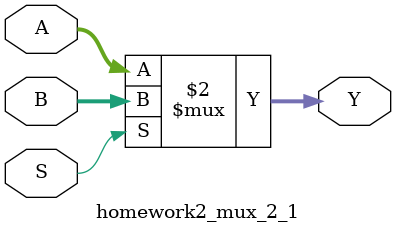
<source format=v>
`timescale 1ns / 1ps
module homework2_mux_2_1(
    input      [15:0] A,
    input      [15:0] B,
    input             S, // select bit 
    output     [15:0] Y
    );
    
    assign Y = (S == 1'b0) ? A : B;
    
endmodule // homework2_mux_2_1

</source>
